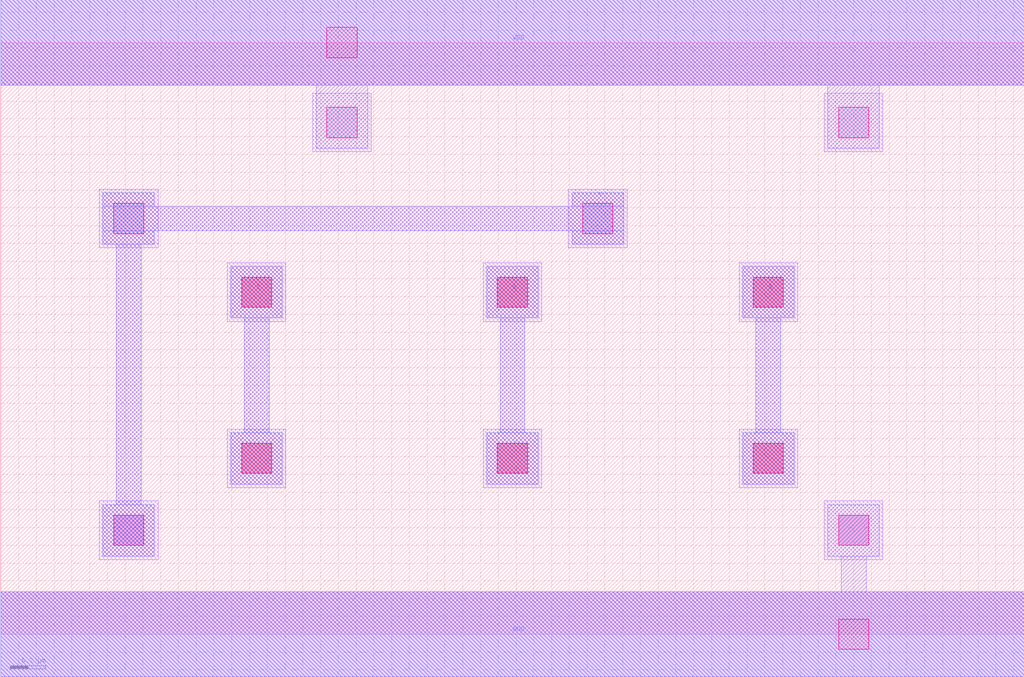
<source format=lef>
MACRO NAND3X1
 CLASS CORE ;
 FOREIGN NAND3X1 0 0 ;
 SIZE 5.76 BY 3.33 ;
 ORIGIN 0 0 ;
 SYMMETRY X Y R90 ;
 SITE unit ;
  PIN VDD
   DIRECTION INOUT ;
   USE POWER ;
   SHAPE ABUTMENT ;
    PORT
     CLASS CORE ;
       LAYER li1 ;
        RECT 0.00000000 3.09000000 5.76000000 3.57000000 ;
       LAYER met1 ;
        RECT 0.00000000 3.09000000 5.76000000 3.57000000 ;
    END
  END VDD

  PIN GND
   DIRECTION INOUT ;
   USE POWER ;
   SHAPE ABUTMENT ;
    PORT
     CLASS CORE ;
       LAYER li1 ;
        RECT 0.00000000 -0.24000000 5.76000000 0.24000000 ;
       LAYER met1 ;
        RECT 0.00000000 -0.24000000 5.76000000 0.24000000 ;
    END
  END GND

  PIN Y
   DIRECTION INOUT ;
   USE SIGNAL ;
   SHAPE ABUTMENT ;
    PORT
     CLASS CORE ;
       LAYER met1 ;
        RECT 0.57500000 0.44000000 0.86500000 0.73000000 ;
        RECT 0.65000000 0.73000000 0.79000000 2.19500000 ;
        RECT 0.57500000 2.19500000 0.86500000 2.27000000 ;
        RECT 3.21500000 2.19500000 3.50500000 2.27000000 ;
        RECT 0.57500000 2.27000000 3.50500000 2.41000000 ;
        RECT 0.57500000 2.41000000 0.86500000 2.48500000 ;
        RECT 3.21500000 2.41000000 3.50500000 2.48500000 ;
    END
  END Y

  PIN B
   DIRECTION INOUT ;
   USE SIGNAL ;
   SHAPE ABUTMENT ;
    PORT
     CLASS CORE ;
       LAYER met1 ;
        RECT 2.73500000 0.84500000 3.02500000 1.13500000 ;
        RECT 2.81000000 1.13500000 2.95000000 1.78000000 ;
        RECT 2.73500000 1.78000000 3.02500000 2.07000000 ;
    END
  END B

  PIN A
   DIRECTION INOUT ;
   USE SIGNAL ;
   SHAPE ABUTMENT ;
    PORT
     CLASS CORE ;
       LAYER met1 ;
        RECT 4.17500000 0.84500000 4.46500000 1.13500000 ;
        RECT 4.25000000 1.13500000 4.39000000 1.78000000 ;
        RECT 4.17500000 1.78000000 4.46500000 2.07000000 ;
    END
  END A

  PIN C
   DIRECTION INOUT ;
   USE SIGNAL ;
   SHAPE ABUTMENT ;
    PORT
     CLASS CORE ;
       LAYER met1 ;
        RECT 1.29500000 0.84500000 1.58500000 1.13500000 ;
        RECT 1.37000000 1.13500000 1.51000000 1.78000000 ;
        RECT 1.29500000 1.78000000 1.58500000 2.07000000 ;
    END
  END C

 OBS
    LAYER polycont ;
     RECT 1.35500000 0.90500000 1.52500000 1.07500000 ;
     RECT 2.79500000 0.90500000 2.96500000 1.07500000 ;
     RECT 4.23500000 0.90500000 4.40500000 1.07500000 ;
     RECT 1.35500000 1.84000000 1.52500000 2.01000000 ;
     RECT 2.79500000 1.84000000 2.96500000 2.01000000 ;
     RECT 4.23500000 1.84000000 4.40500000 2.01000000 ;

    LAYER pdiffc ;
     RECT 0.63500000 2.25500000 0.80500000 2.42500000 ;
     RECT 3.27500000 2.25500000 3.44500000 2.42500000 ;
     RECT 1.83500000 2.79500000 2.00500000 2.96500000 ;
     RECT 4.71500000 2.79500000 4.88500000 2.96500000 ;

    LAYER ndiffc ;
     RECT 0.63500000 0.50000000 0.80500000 0.67000000 ;
     RECT 4.71500000 0.50000000 4.88500000 0.67000000 ;

    LAYER li1 ;
     RECT 0.00000000 -0.24000000 5.76000000 0.24000000 ;
     RECT 0.55500000 0.42000000 0.88500000 0.75000000 ;
     RECT 4.63500000 0.42000000 4.96500000 0.75000000 ;
     RECT 1.27500000 0.82500000 1.60500000 1.15500000 ;
     RECT 2.71500000 0.82500000 3.04500000 1.15500000 ;
     RECT 4.15500000 0.82500000 4.48500000 1.15500000 ;
     RECT 1.27500000 1.76000000 1.60500000 2.09000000 ;
     RECT 2.71500000 1.76000000 3.04500000 2.09000000 ;
     RECT 4.15500000 1.76000000 4.48500000 2.09000000 ;
     RECT 0.55500000 2.17500000 0.88500000 2.50500000 ;
     RECT 3.19500000 2.17500000 3.52500000 2.50500000 ;
     RECT 1.75500000 2.71500000 2.08500000 3.04500000 ;
     RECT 4.63500000 2.71500000 4.96500000 3.04500000 ;
     RECT 0.00000000 3.09000000 5.76000000 3.57000000 ;

    LAYER viali ;
     RECT 4.71500000 -0.08500000 4.88500000 0.08500000 ;
     RECT 0.63500000 0.50000000 0.80500000 0.67000000 ;
     RECT 4.71500000 0.50000000 4.88500000 0.67000000 ;
     RECT 1.35500000 0.90500000 1.52500000 1.07500000 ;
     RECT 2.79500000 0.90500000 2.96500000 1.07500000 ;
     RECT 4.23500000 0.90500000 4.40500000 1.07500000 ;
     RECT 1.35500000 1.84000000 1.52500000 2.01000000 ;
     RECT 2.79500000 1.84000000 2.96500000 2.01000000 ;
     RECT 4.23500000 1.84000000 4.40500000 2.01000000 ;
     RECT 0.63500000 2.25500000 0.80500000 2.42500000 ;
     RECT 3.27500000 2.25500000 3.44500000 2.42500000 ;
     RECT 1.83500000 2.79500000 2.00500000 2.96500000 ;
     RECT 4.71500000 2.79500000 4.88500000 2.96500000 ;
     RECT 1.83500000 3.24500000 2.00500000 3.41500000 ;

    LAYER met1 ;
     RECT 0.00000000 -0.24000000 5.76000000 0.24000000 ;
     RECT 4.73000000 0.24000000 4.87000000 0.44000000 ;
     RECT 4.65500000 0.44000000 4.94500000 0.73000000 ;
     RECT 1.29500000 0.84500000 1.58500000 1.13500000 ;
     RECT 1.37000000 1.13500000 1.51000000 1.78000000 ;
     RECT 1.29500000 1.78000000 1.58500000 2.07000000 ;
     RECT 2.73500000 0.84500000 3.02500000 1.13500000 ;
     RECT 2.81000000 1.13500000 2.95000000 1.78000000 ;
     RECT 2.73500000 1.78000000 3.02500000 2.07000000 ;
     RECT 4.17500000 0.84500000 4.46500000 1.13500000 ;
     RECT 4.25000000 1.13500000 4.39000000 1.78000000 ;
     RECT 4.17500000 1.78000000 4.46500000 2.07000000 ;
     RECT 0.57500000 0.44000000 0.86500000 0.73000000 ;
     RECT 0.65000000 0.73000000 0.79000000 2.19500000 ;
     RECT 0.57500000 2.19500000 0.86500000 2.27000000 ;
     RECT 3.21500000 2.19500000 3.50500000 2.27000000 ;
     RECT 0.57500000 2.27000000 3.50500000 2.41000000 ;
     RECT 0.57500000 2.41000000 0.86500000 2.48500000 ;
     RECT 3.21500000 2.41000000 3.50500000 2.48500000 ;
     RECT 1.77500000 2.73500000 2.06500000 3.09000000 ;
     RECT 4.65500000 2.73500000 4.94500000 3.09000000 ;
     RECT 0.00000000 3.09000000 5.76000000 3.57000000 ;

 END
END NAND3X1

</source>
